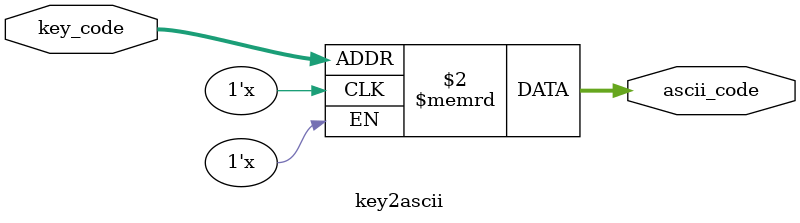
<source format=v>
module key2ascii(key_code, ascii_code);
	input [7:0] key_code;
	
	output reg [7:0] ascii_code;
	
	(* ram_init_file = "D:/JunYuYin/DigitalExp/ExpCode/exp11/scancode.mif" *) reg [7:0] myrom[255:0];
	
	always @(key_code)
	begin
		ascii_code = myrom[key_code];
	end

endmodule
</source>
